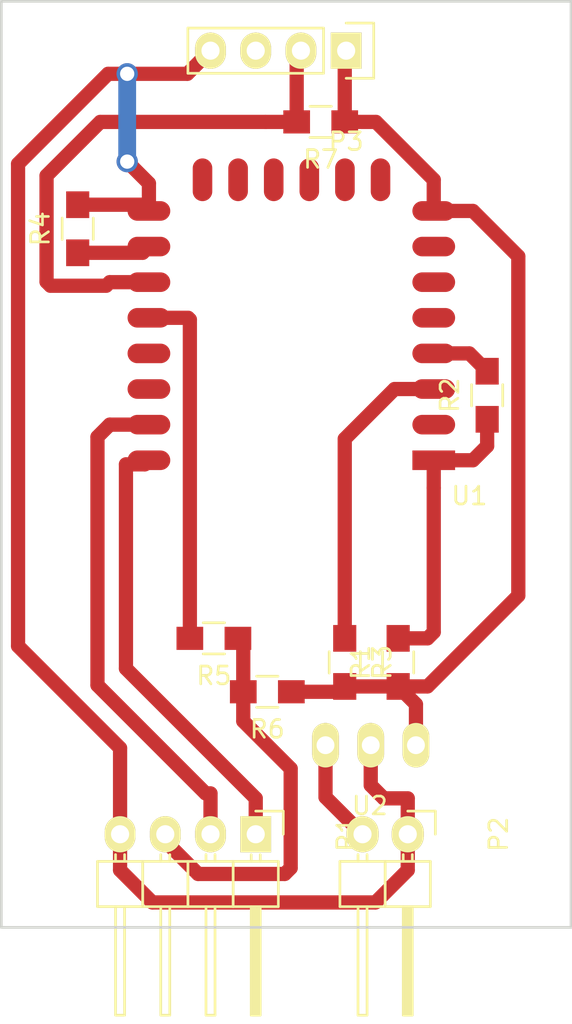
<source format=kicad_pcb>
(kicad_pcb (version 4) (host pcbnew 4.0.1-stable)

  (general
    (links 24)
    (no_connects 0)
    (area 61.924999 27.924999 94.075001 86.045001)
    (thickness 1.6)
    (drawings 4)
    (tracks 88)
    (zones 0)
    (modules 12)
    (nets 26)
  )

  (page User 200 200)
  (layers
    (0 F.Cu signal)
    (31 B.Cu signal)
    (32 B.Adhes user)
    (33 F.Adhes user)
    (34 B.Paste user)
    (35 F.Paste user)
    (36 B.SilkS user)
    (37 F.SilkS user)
    (38 B.Mask user)
    (39 F.Mask user)
    (40 Dwgs.User user)
    (41 Cmts.User user)
    (42 Eco1.User user)
    (43 Eco2.User user)
    (44 Edge.Cuts user)
    (45 Margin user)
    (46 B.CrtYd user)
    (47 F.CrtYd user)
    (48 B.Fab user)
    (49 F.Fab user)
  )

  (setup
    (last_trace_width 0.8)
    (trace_clearance 0.6)
    (zone_clearance 0.508)
    (zone_45_only no)
    (trace_min 0.8)
    (segment_width 0.2)
    (edge_width 0.15)
    (via_size 1.2)
    (via_drill 0.8)
    (via_min_size 1.2)
    (via_min_drill 0.8)
    (uvia_size 0.3)
    (uvia_drill 0.1)
    (uvias_allowed no)
    (uvia_min_size 0.2)
    (uvia_min_drill 0.1)
    (pcb_text_width 0.3)
    (pcb_text_size 1.5 1.5)
    (mod_edge_width 0.15)
    (mod_text_size 1 1)
    (mod_text_width 0.15)
    (pad_size 1.524 1.524)
    (pad_drill 0.762)
    (pad_to_mask_clearance 0.2)
    (aux_axis_origin 0 0)
    (grid_origin 34.29 64.77)
    (visible_elements FFFFFF7F)
    (pcbplotparams
      (layerselection 0x00000_80000001)
      (usegerberextensions false)
      (excludeedgelayer false)
      (linewidth 0.600000)
      (plotframeref false)
      (viasonmask false)
      (mode 1)
      (useauxorigin false)
      (hpglpennumber 1)
      (hpglpenspeed 20)
      (hpglpendiameter 15)
      (hpglpenoverlay 2)
      (psnegative false)
      (psa4output false)
      (plotreference false)
      (plotvalue false)
      (plotinvisibletext false)
      (padsonsilk false)
      (subtractmaskfromsilk false)
      (outputformat 5)
      (mirror false)
      (drillshape 0)
      (scaleselection 1)
      (outputdirectory ""))
  )

  (net 0 "")
  (net 1 "Net-(P1-Pad1)")
  (net 2 "Net-(P1-Pad2)")
  (net 3 "Net-(P1-Pad3)")
  (net 4 GND)
  (net 5 VCC)
  (net 6 "Net-(R1-Pad2)")
  (net 7 "Net-(R2-Pad2)")
  (net 8 "Net-(R3-Pad1)")
  (net 9 "Net-(R4-Pad1)")
  (net 10 "Net-(R5-Pad2)")
  (net 11 "Net-(U1-Pad9)")
  (net 12 "Net-(U1-Pad10)")
  (net 13 "Net-(U1-Pad11)")
  (net 14 "Net-(U1-Pad12)")
  (net 15 "Net-(U1-Pad13)")
  (net 16 "Net-(U1-Pad14)")
  (net 17 "Net-(U1-Pad2)")
  (net 18 "Net-(U1-Pad5)")
  (net 19 "Net-(U1-Pad6)")
  (net 20 "Net-(U1-Pad7)")
  (net 21 "Net-(U1-Pad19)")
  (net 22 "Net-(U1-Pad20)")
  (net 23 /DATA)
  (net 24 "Net-(P3-Pad3)")
  (net 25 "Net-(P2-Pad2)")

  (net_class Default "This is the default net class."
    (clearance 0.6)
    (trace_width 0.8)
    (via_dia 1.2)
    (via_drill 0.8)
    (uvia_dia 0.3)
    (uvia_drill 0.1)
    (add_net /DATA)
    (add_net GND)
    (add_net "Net-(P1-Pad1)")
    (add_net "Net-(P1-Pad2)")
    (add_net "Net-(P1-Pad3)")
    (add_net "Net-(P2-Pad2)")
    (add_net "Net-(P3-Pad3)")
    (add_net "Net-(R1-Pad2)")
    (add_net "Net-(R2-Pad2)")
    (add_net "Net-(R3-Pad1)")
    (add_net "Net-(R4-Pad1)")
    (add_net "Net-(R5-Pad2)")
    (add_net "Net-(U1-Pad10)")
    (add_net "Net-(U1-Pad11)")
    (add_net "Net-(U1-Pad12)")
    (add_net "Net-(U1-Pad13)")
    (add_net "Net-(U1-Pad14)")
    (add_net "Net-(U1-Pad19)")
    (add_net "Net-(U1-Pad2)")
    (add_net "Net-(U1-Pad20)")
    (add_net "Net-(U1-Pad5)")
    (add_net "Net-(U1-Pad6)")
    (add_net "Net-(U1-Pad7)")
    (add_net "Net-(U1-Pad9)")
    (add_net VCC)
  )

  (module Pin_Headers:Pin_Header_Angled_1x04 (layer F.Cu) (tedit 0) (tstamp 56FFB4C1)
    (at 76.29 74.77 270)
    (descr "Through hole pin header")
    (tags "pin header")
    (path /56EC5FC2)
    (fp_text reference P1 (at 0 -5.1 270) (layer F.SilkS)
      (effects (font (size 1 1) (thickness 0.15)))
    )
    (fp_text value CONN_01X04 (at 0 -3.1 270) (layer F.Fab)
      (effects (font (size 1 1) (thickness 0.15)))
    )
    (fp_line (start -1.5 -1.75) (end -1.5 9.4) (layer F.CrtYd) (width 0.05))
    (fp_line (start 10.65 -1.75) (end 10.65 9.4) (layer F.CrtYd) (width 0.05))
    (fp_line (start -1.5 -1.75) (end 10.65 -1.75) (layer F.CrtYd) (width 0.05))
    (fp_line (start -1.5 9.4) (end 10.65 9.4) (layer F.CrtYd) (width 0.05))
    (fp_line (start -1.3 -1.55) (end -1.3 0) (layer F.SilkS) (width 0.15))
    (fp_line (start 0 -1.55) (end -1.3 -1.55) (layer F.SilkS) (width 0.15))
    (fp_line (start 4.191 -0.127) (end 10.033 -0.127) (layer F.SilkS) (width 0.15))
    (fp_line (start 10.033 -0.127) (end 10.033 0.127) (layer F.SilkS) (width 0.15))
    (fp_line (start 10.033 0.127) (end 4.191 0.127) (layer F.SilkS) (width 0.15))
    (fp_line (start 4.191 0.127) (end 4.191 0) (layer F.SilkS) (width 0.15))
    (fp_line (start 4.191 0) (end 10.033 0) (layer F.SilkS) (width 0.15))
    (fp_line (start 1.524 -0.254) (end 1.143 -0.254) (layer F.SilkS) (width 0.15))
    (fp_line (start 1.524 0.254) (end 1.143 0.254) (layer F.SilkS) (width 0.15))
    (fp_line (start 1.524 2.286) (end 1.143 2.286) (layer F.SilkS) (width 0.15))
    (fp_line (start 1.524 2.794) (end 1.143 2.794) (layer F.SilkS) (width 0.15))
    (fp_line (start 1.524 4.826) (end 1.143 4.826) (layer F.SilkS) (width 0.15))
    (fp_line (start 1.524 5.334) (end 1.143 5.334) (layer F.SilkS) (width 0.15))
    (fp_line (start 1.524 7.874) (end 1.143 7.874) (layer F.SilkS) (width 0.15))
    (fp_line (start 1.524 7.366) (end 1.143 7.366) (layer F.SilkS) (width 0.15))
    (fp_line (start 1.524 -1.27) (end 4.064 -1.27) (layer F.SilkS) (width 0.15))
    (fp_line (start 1.524 1.27) (end 4.064 1.27) (layer F.SilkS) (width 0.15))
    (fp_line (start 1.524 1.27) (end 1.524 3.81) (layer F.SilkS) (width 0.15))
    (fp_line (start 1.524 3.81) (end 4.064 3.81) (layer F.SilkS) (width 0.15))
    (fp_line (start 4.064 2.286) (end 10.16 2.286) (layer F.SilkS) (width 0.15))
    (fp_line (start 10.16 2.286) (end 10.16 2.794) (layer F.SilkS) (width 0.15))
    (fp_line (start 10.16 2.794) (end 4.064 2.794) (layer F.SilkS) (width 0.15))
    (fp_line (start 4.064 3.81) (end 4.064 1.27) (layer F.SilkS) (width 0.15))
    (fp_line (start 4.064 1.27) (end 4.064 -1.27) (layer F.SilkS) (width 0.15))
    (fp_line (start 10.16 0.254) (end 4.064 0.254) (layer F.SilkS) (width 0.15))
    (fp_line (start 10.16 -0.254) (end 10.16 0.254) (layer F.SilkS) (width 0.15))
    (fp_line (start 4.064 -0.254) (end 10.16 -0.254) (layer F.SilkS) (width 0.15))
    (fp_line (start 1.524 1.27) (end 4.064 1.27) (layer F.SilkS) (width 0.15))
    (fp_line (start 1.524 -1.27) (end 1.524 1.27) (layer F.SilkS) (width 0.15))
    (fp_line (start 1.524 6.35) (end 4.064 6.35) (layer F.SilkS) (width 0.15))
    (fp_line (start 1.524 6.35) (end 1.524 8.89) (layer F.SilkS) (width 0.15))
    (fp_line (start 1.524 8.89) (end 4.064 8.89) (layer F.SilkS) (width 0.15))
    (fp_line (start 4.064 7.366) (end 10.16 7.366) (layer F.SilkS) (width 0.15))
    (fp_line (start 10.16 7.366) (end 10.16 7.874) (layer F.SilkS) (width 0.15))
    (fp_line (start 10.16 7.874) (end 4.064 7.874) (layer F.SilkS) (width 0.15))
    (fp_line (start 4.064 8.89) (end 4.064 6.35) (layer F.SilkS) (width 0.15))
    (fp_line (start 4.064 6.35) (end 4.064 3.81) (layer F.SilkS) (width 0.15))
    (fp_line (start 10.16 5.334) (end 4.064 5.334) (layer F.SilkS) (width 0.15))
    (fp_line (start 10.16 4.826) (end 10.16 5.334) (layer F.SilkS) (width 0.15))
    (fp_line (start 4.064 4.826) (end 10.16 4.826) (layer F.SilkS) (width 0.15))
    (fp_line (start 1.524 6.35) (end 4.064 6.35) (layer F.SilkS) (width 0.15))
    (fp_line (start 1.524 3.81) (end 1.524 6.35) (layer F.SilkS) (width 0.15))
    (fp_line (start 1.524 3.81) (end 4.064 3.81) (layer F.SilkS) (width 0.15))
    (pad 1 thru_hole rect (at 0 0 270) (size 2.032 1.7272) (drill 1.016) (layers *.Cu *.Mask F.SilkS)
      (net 1 "Net-(P1-Pad1)"))
    (pad 2 thru_hole oval (at 0 2.54 270) (size 2.032 1.7272) (drill 1.016) (layers *.Cu *.Mask F.SilkS)
      (net 2 "Net-(P1-Pad2)"))
    (pad 3 thru_hole oval (at 0 5.08 270) (size 2.032 1.7272) (drill 1.016) (layers *.Cu *.Mask F.SilkS)
      (net 3 "Net-(P1-Pad3)"))
    (pad 4 thru_hole oval (at 0 7.62 270) (size 2.032 1.7272) (drill 1.016) (layers *.Cu *.Mask F.SilkS)
      (net 4 GND))
    (model Pin_Headers.3dshapes/Pin_Header_Angled_1x04.wrl
      (at (xyz 0 -0.15 0))
      (scale (xyz 1 1 1))
      (rotate (xyz 0 0 90))
    )
  )

  (module pin_heads:Pin_Header_Angled_1x02 (layer F.Cu) (tedit 56FACFD4) (tstamp 56FFB4C7)
    (at 84.83 74.77 270)
    (descr "Through hole pin header")
    (tags "pin header")
    (path /56EC5EE8)
    (fp_text reference P2 (at 0 -5.1 270) (layer F.SilkS)
      (effects (font (size 1 1) (thickness 0.15)))
    )
    (fp_text value CONN_01X02 (at 0 -3.1 270) (layer F.Fab)
      (effects (font (size 1 1) (thickness 0.15)))
    )
    (fp_line (start -1.5 -1.75) (end -1.5 4.3) (layer F.CrtYd) (width 0.05))
    (fp_line (start 10.65 -1.75) (end 10.65 4.3) (layer F.CrtYd) (width 0.05))
    (fp_line (start -1.5 -1.75) (end 10.65 -1.75) (layer F.CrtYd) (width 0.05))
    (fp_line (start -1.5 4.3) (end 10.65 4.3) (layer F.CrtYd) (width 0.05))
    (fp_line (start -1.3 -1.55) (end -1.3 0) (layer F.SilkS) (width 0.15))
    (fp_line (start 0 -1.55) (end -1.3 -1.55) (layer F.SilkS) (width 0.15))
    (fp_line (start 4.191 -0.127) (end 10.033 -0.127) (layer F.SilkS) (width 0.15))
    (fp_line (start 10.033 -0.127) (end 10.033 0.127) (layer F.SilkS) (width 0.15))
    (fp_line (start 10.033 0.127) (end 4.191 0.127) (layer F.SilkS) (width 0.15))
    (fp_line (start 4.191 0.127) (end 4.191 0) (layer F.SilkS) (width 0.15))
    (fp_line (start 4.191 0) (end 10.033 0) (layer F.SilkS) (width 0.15))
    (fp_line (start 1.524 -0.254) (end 1.143 -0.254) (layer F.SilkS) (width 0.15))
    (fp_line (start 1.524 0.254) (end 1.143 0.254) (layer F.SilkS) (width 0.15))
    (fp_line (start 1.524 2.286) (end 1.143 2.286) (layer F.SilkS) (width 0.15))
    (fp_line (start 1.524 2.794) (end 1.143 2.794) (layer F.SilkS) (width 0.15))
    (fp_line (start 1.524 -1.27) (end 4.064 -1.27) (layer F.SilkS) (width 0.15))
    (fp_line (start 1.524 1.27) (end 4.064 1.27) (layer F.SilkS) (width 0.15))
    (fp_line (start 1.524 1.27) (end 1.524 3.81) (layer F.SilkS) (width 0.15))
    (fp_line (start 1.524 3.81) (end 4.064 3.81) (layer F.SilkS) (width 0.15))
    (fp_line (start 4.064 2.286) (end 10.16 2.286) (layer F.SilkS) (width 0.15))
    (fp_line (start 10.16 2.286) (end 10.16 2.794) (layer F.SilkS) (width 0.15))
    (fp_line (start 10.16 2.794) (end 4.064 2.794) (layer F.SilkS) (width 0.15))
    (fp_line (start 4.064 3.81) (end 4.064 1.27) (layer F.SilkS) (width 0.15))
    (fp_line (start 4.064 1.27) (end 4.064 -1.27) (layer F.SilkS) (width 0.15))
    (fp_line (start 10.16 0.254) (end 4.064 0.254) (layer F.SilkS) (width 0.15))
    (fp_line (start 10.16 -0.254) (end 10.16 0.254) (layer F.SilkS) (width 0.15))
    (fp_line (start 4.064 -0.254) (end 10.16 -0.254) (layer F.SilkS) (width 0.15))
    (fp_line (start 1.524 1.27) (end 4.064 1.27) (layer F.SilkS) (width 0.15))
    (fp_line (start 1.524 -1.27) (end 1.524 1.27) (layer F.SilkS) (width 0.15))
    (pad 2 thru_hole oval (at 0 2.54 270) (size 2.032 1.8) (drill 1.016) (layers *.Cu *.Mask F.SilkS)
      (net 25 "Net-(P2-Pad2)"))
    (pad 1 thru_hole oval (at 0 0 270) (size 2.032 1.8) (drill 1.016) (layers *.Cu *.Mask F.SilkS)
      (net 4 GND))
    (model Pin_Headers.3dshapes/Pin_Header_Angled_1x02.wrl
      (at (xyz 0 -0.05 0))
      (scale (xyz 1 1 1))
      (rotate (xyz 0 0 90))
    )
  )

  (module Socket_Strips:Socket_Strip_Straight_1x04 (layer F.Cu) (tedit 0) (tstamp 56FFB4CF)
    (at 81.37 30.77 180)
    (descr "Through hole socket strip")
    (tags "socket strip")
    (path /56F971AD)
    (fp_text reference P3 (at 0 -5.1 180) (layer F.SilkS)
      (effects (font (size 1 1) (thickness 0.15)))
    )
    (fp_text value CONN_01X04 (at 0 -3.1 180) (layer F.Fab)
      (effects (font (size 1 1) (thickness 0.15)))
    )
    (fp_line (start -1.75 -1.75) (end -1.75 1.75) (layer F.CrtYd) (width 0.05))
    (fp_line (start 9.4 -1.75) (end 9.4 1.75) (layer F.CrtYd) (width 0.05))
    (fp_line (start -1.75 -1.75) (end 9.4 -1.75) (layer F.CrtYd) (width 0.05))
    (fp_line (start -1.75 1.75) (end 9.4 1.75) (layer F.CrtYd) (width 0.05))
    (fp_line (start 1.27 -1.27) (end 8.89 -1.27) (layer F.SilkS) (width 0.15))
    (fp_line (start 1.27 1.27) (end 8.89 1.27) (layer F.SilkS) (width 0.15))
    (fp_line (start -1.55 1.55) (end 0 1.55) (layer F.SilkS) (width 0.15))
    (fp_line (start 8.89 -1.27) (end 8.89 1.27) (layer F.SilkS) (width 0.15))
    (fp_line (start 1.27 1.27) (end 1.27 -1.27) (layer F.SilkS) (width 0.15))
    (fp_line (start 0 -1.55) (end -1.55 -1.55) (layer F.SilkS) (width 0.15))
    (fp_line (start -1.55 -1.55) (end -1.55 1.55) (layer F.SilkS) (width 0.15))
    (pad 1 thru_hole rect (at 0 0 180) (size 1.7272 2.032) (drill 1.016) (layers *.Cu *.Mask F.SilkS)
      (net 5 VCC))
    (pad 2 thru_hole oval (at 2.54 0 180) (size 1.7272 2.032) (drill 1.016) (layers *.Cu *.Mask F.SilkS)
      (net 23 /DATA))
    (pad 3 thru_hole oval (at 5.08 0 180) (size 1.7272 2.032) (drill 1.016) (layers *.Cu *.Mask F.SilkS)
      (net 24 "Net-(P3-Pad3)"))
    (pad 4 thru_hole oval (at 7.62 0 180) (size 1.7272 2.032) (drill 1.016) (layers *.Cu *.Mask F.SilkS)
      (net 4 GND))
    (model Socket_Strips.3dshapes/Socket_Strip_Straight_1x04.wrl
      (at (xyz 0.15 0 0))
      (scale (xyz 1 1 1))
      (rotate (xyz 0 0 180))
    )
  )

  (module Resistors_SMD:R_0805_HandSoldering (layer F.Cu) (tedit 54189DEE) (tstamp 56FFB4D5)
    (at 84.29 65.12 90)
    (descr "Resistor SMD 0805, hand soldering")
    (tags "resistor 0805")
    (path /56EC5CA6)
    (attr smd)
    (fp_text reference R1 (at 0 -2.1 90) (layer F.SilkS)
      (effects (font (size 1 1) (thickness 0.15)))
    )
    (fp_text value 10k (at 0 2.1 90) (layer F.Fab)
      (effects (font (size 1 1) (thickness 0.15)))
    )
    (fp_line (start -2.4 -1) (end 2.4 -1) (layer F.CrtYd) (width 0.05))
    (fp_line (start -2.4 1) (end 2.4 1) (layer F.CrtYd) (width 0.05))
    (fp_line (start -2.4 -1) (end -2.4 1) (layer F.CrtYd) (width 0.05))
    (fp_line (start 2.4 -1) (end 2.4 1) (layer F.CrtYd) (width 0.05))
    (fp_line (start 0.6 0.875) (end -0.6 0.875) (layer F.SilkS) (width 0.15))
    (fp_line (start -0.6 -0.875) (end 0.6 -0.875) (layer F.SilkS) (width 0.15))
    (pad 1 smd rect (at -1.35 0 90) (size 1.5 1.3) (layers F.Cu F.Paste F.Mask)
      (net 5 VCC))
    (pad 2 smd rect (at 1.35 0 90) (size 1.5 1.3) (layers F.Cu F.Paste F.Mask)
      (net 6 "Net-(R1-Pad2)"))
    (model Resistors_SMD.3dshapes/R_0805_HandSoldering.wrl
      (at (xyz 0 0 0))
      (scale (xyz 1 1 1))
      (rotate (xyz 0 0 0))
    )
  )

  (module Resistors_SMD:R_0805_HandSoldering (layer F.Cu) (tedit 54189DEE) (tstamp 56FFB4DB)
    (at 89.29 50.12 90)
    (descr "Resistor SMD 0805, hand soldering")
    (tags "resistor 0805")
    (path /56EC5BB9)
    (attr smd)
    (fp_text reference R2 (at 0 -2.1 90) (layer F.SilkS)
      (effects (font (size 1 1) (thickness 0.15)))
    )
    (fp_text value 470 (at 0 2.1 90) (layer F.Fab)
      (effects (font (size 1 1) (thickness 0.15)))
    )
    (fp_line (start -2.4 -1) (end 2.4 -1) (layer F.CrtYd) (width 0.05))
    (fp_line (start -2.4 1) (end 2.4 1) (layer F.CrtYd) (width 0.05))
    (fp_line (start -2.4 -1) (end -2.4 1) (layer F.CrtYd) (width 0.05))
    (fp_line (start 2.4 -1) (end 2.4 1) (layer F.CrtYd) (width 0.05))
    (fp_line (start 0.6 0.875) (end -0.6 0.875) (layer F.SilkS) (width 0.15))
    (fp_line (start -0.6 -0.875) (end 0.6 -0.875) (layer F.SilkS) (width 0.15))
    (pad 1 smd rect (at -1.35 0 90) (size 1.5 1.3) (layers F.Cu F.Paste F.Mask)
      (net 6 "Net-(R1-Pad2)"))
    (pad 2 smd rect (at 1.35 0 90) (size 1.5 1.3) (layers F.Cu F.Paste F.Mask)
      (net 7 "Net-(R2-Pad2)"))
    (model Resistors_SMD.3dshapes/R_0805_HandSoldering.wrl
      (at (xyz 0 0 0))
      (scale (xyz 1 1 1))
      (rotate (xyz 0 0 0))
    )
  )

  (module Resistors_SMD:R_0805_HandSoldering (layer F.Cu) (tedit 54189DEE) (tstamp 56FFB4E1)
    (at 81.29 65.12 270)
    (descr "Resistor SMD 0805, hand soldering")
    (tags "resistor 0805")
    (path /56EC5C57)
    (attr smd)
    (fp_text reference R3 (at 0 -2.1 270) (layer F.SilkS)
      (effects (font (size 1 1) (thickness 0.15)))
    )
    (fp_text value 10k (at 0 2.1 270) (layer F.Fab)
      (effects (font (size 1 1) (thickness 0.15)))
    )
    (fp_line (start -2.4 -1) (end 2.4 -1) (layer F.CrtYd) (width 0.05))
    (fp_line (start -2.4 1) (end 2.4 1) (layer F.CrtYd) (width 0.05))
    (fp_line (start -2.4 -1) (end -2.4 1) (layer F.CrtYd) (width 0.05))
    (fp_line (start 2.4 -1) (end 2.4 1) (layer F.CrtYd) (width 0.05))
    (fp_line (start 0.6 0.875) (end -0.6 0.875) (layer F.SilkS) (width 0.15))
    (fp_line (start -0.6 -0.875) (end 0.6 -0.875) (layer F.SilkS) (width 0.15))
    (pad 1 smd rect (at -1.35 0 270) (size 1.5 1.3) (layers F.Cu F.Paste F.Mask)
      (net 8 "Net-(R3-Pad1)"))
    (pad 2 smd rect (at 1.35 0 270) (size 1.5 1.3) (layers F.Cu F.Paste F.Mask)
      (net 5 VCC))
    (model Resistors_SMD.3dshapes/R_0805_HandSoldering.wrl
      (at (xyz 0 0 0))
      (scale (xyz 1 1 1))
      (rotate (xyz 0 0 0))
    )
  )

  (module Resistors_SMD:R_0805_HandSoldering (layer F.Cu) (tedit 54189DEE) (tstamp 56FFB4E7)
    (at 66.29 40.77 90)
    (descr "Resistor SMD 0805, hand soldering")
    (tags "resistor 0805")
    (path /56EC5D55)
    (attr smd)
    (fp_text reference R4 (at 0 -2.1 90) (layer F.SilkS)
      (effects (font (size 1 1) (thickness 0.15)))
    )
    (fp_text value 10k (at 0 2.1 90) (layer F.Fab)
      (effects (font (size 1 1) (thickness 0.15)))
    )
    (fp_line (start -2.4 -1) (end 2.4 -1) (layer F.CrtYd) (width 0.05))
    (fp_line (start -2.4 1) (end 2.4 1) (layer F.CrtYd) (width 0.05))
    (fp_line (start -2.4 -1) (end -2.4 1) (layer F.CrtYd) (width 0.05))
    (fp_line (start 2.4 -1) (end 2.4 1) (layer F.CrtYd) (width 0.05))
    (fp_line (start 0.6 0.875) (end -0.6 0.875) (layer F.SilkS) (width 0.15))
    (fp_line (start -0.6 -0.875) (end 0.6 -0.875) (layer F.SilkS) (width 0.15))
    (pad 1 smd rect (at -1.35 0 90) (size 1.5 1.3) (layers F.Cu F.Paste F.Mask)
      (net 9 "Net-(R4-Pad1)"))
    (pad 2 smd rect (at 1.35 0 90) (size 1.5 1.3) (layers F.Cu F.Paste F.Mask)
      (net 4 GND))
    (model Resistors_SMD.3dshapes/R_0805_HandSoldering.wrl
      (at (xyz 0 0 0))
      (scale (xyz 1 1 1))
      (rotate (xyz 0 0 0))
    )
  )

  (module Resistors_SMD:R_0805_HandSoldering (layer F.Cu) (tedit 54189DEE) (tstamp 56FFB4ED)
    (at 73.94 63.77 180)
    (descr "Resistor SMD 0805, hand soldering")
    (tags "resistor 0805")
    (path /56EC611D)
    (attr smd)
    (fp_text reference R5 (at 0 -2.1 180) (layer F.SilkS)
      (effects (font (size 1 1) (thickness 0.15)))
    )
    (fp_text value 470 (at 0 2.1 180) (layer F.Fab)
      (effects (font (size 1 1) (thickness 0.15)))
    )
    (fp_line (start -2.4 -1) (end 2.4 -1) (layer F.CrtYd) (width 0.05))
    (fp_line (start -2.4 1) (end 2.4 1) (layer F.CrtYd) (width 0.05))
    (fp_line (start -2.4 -1) (end -2.4 1) (layer F.CrtYd) (width 0.05))
    (fp_line (start 2.4 -1) (end 2.4 1) (layer F.CrtYd) (width 0.05))
    (fp_line (start 0.6 0.875) (end -0.6 0.875) (layer F.SilkS) (width 0.15))
    (fp_line (start -0.6 -0.875) (end 0.6 -0.875) (layer F.SilkS) (width 0.15))
    (pad 1 smd rect (at -1.35 0 180) (size 1.5 1.3) (layers F.Cu F.Paste F.Mask)
      (net 3 "Net-(P1-Pad3)"))
    (pad 2 smd rect (at 1.35 0 180) (size 1.5 1.3) (layers F.Cu F.Paste F.Mask)
      (net 10 "Net-(R5-Pad2)"))
    (model Resistors_SMD.3dshapes/R_0805_HandSoldering.wrl
      (at (xyz 0 0 0))
      (scale (xyz 1 1 1))
      (rotate (xyz 0 0 0))
    )
  )

  (module Resistors_SMD:R_0805_HandSoldering (layer F.Cu) (tedit 54189DEE) (tstamp 56FFB4F3)
    (at 76.94 66.77 180)
    (descr "Resistor SMD 0805, hand soldering")
    (tags "resistor 0805")
    (path /56EC5E8B)
    (attr smd)
    (fp_text reference R6 (at 0 -2.1 180) (layer F.SilkS)
      (effects (font (size 1 1) (thickness 0.15)))
    )
    (fp_text value 10k (at 0 2.1 180) (layer F.Fab)
      (effects (font (size 1 1) (thickness 0.15)))
    )
    (fp_line (start -2.4 -1) (end 2.4 -1) (layer F.CrtYd) (width 0.05))
    (fp_line (start -2.4 1) (end 2.4 1) (layer F.CrtYd) (width 0.05))
    (fp_line (start -2.4 -1) (end -2.4 1) (layer F.CrtYd) (width 0.05))
    (fp_line (start 2.4 -1) (end 2.4 1) (layer F.CrtYd) (width 0.05))
    (fp_line (start 0.6 0.875) (end -0.6 0.875) (layer F.SilkS) (width 0.15))
    (fp_line (start -0.6 -0.875) (end 0.6 -0.875) (layer F.SilkS) (width 0.15))
    (pad 1 smd rect (at -1.35 0 180) (size 1.5 1.3) (layers F.Cu F.Paste F.Mask)
      (net 5 VCC))
    (pad 2 smd rect (at 1.35 0 180) (size 1.5 1.3) (layers F.Cu F.Paste F.Mask)
      (net 3 "Net-(P1-Pad3)"))
    (model Resistors_SMD.3dshapes/R_0805_HandSoldering.wrl
      (at (xyz 0 0 0))
      (scale (xyz 1 1 1))
      (rotate (xyz 0 0 0))
    )
  )

  (module Resistors_SMD:R_0805_HandSoldering (layer F.Cu) (tedit 54189DEE) (tstamp 56FFB4F9)
    (at 79.94 34.77 180)
    (descr "Resistor SMD 0805, hand soldering")
    (tags "resistor 0805")
    (path /56F974FC)
    (attr smd)
    (fp_text reference R7 (at 0 -2.1 180) (layer F.SilkS)
      (effects (font (size 1 1) (thickness 0.15)))
    )
    (fp_text value 4.7k (at 0 2.1 180) (layer F.Fab)
      (effects (font (size 1 1) (thickness 0.15)))
    )
    (fp_line (start -2.4 -1) (end 2.4 -1) (layer F.CrtYd) (width 0.05))
    (fp_line (start -2.4 1) (end 2.4 1) (layer F.CrtYd) (width 0.05))
    (fp_line (start -2.4 -1) (end -2.4 1) (layer F.CrtYd) (width 0.05))
    (fp_line (start 2.4 -1) (end 2.4 1) (layer F.CrtYd) (width 0.05))
    (fp_line (start 0.6 0.875) (end -0.6 0.875) (layer F.SilkS) (width 0.15))
    (fp_line (start -0.6 -0.875) (end 0.6 -0.875) (layer F.SilkS) (width 0.15))
    (pad 1 smd rect (at -1.35 0 180) (size 1.5 1.3) (layers F.Cu F.Paste F.Mask)
      (net 5 VCC))
    (pad 2 smd rect (at 1.35 0 180) (size 1.5 1.3) (layers F.Cu F.Paste F.Mask)
      (net 23 /DATA))
    (model Resistors_SMD.3dshapes/R_0805_HandSoldering.wrl
      (at (xyz 0 0 0))
      (scale (xyz 1 1 1))
      (rotate (xyz 0 0 0))
    )
  )

  (module ESP8266:ESP-12E (layer F.Cu) (tedit 559F8D21) (tstamp 56FFB513)
    (at 86.29 53.77 180)
    (descr "Module, ESP-8266, ESP-12, 16 pad, SMD")
    (tags "Module ESP-8266 ESP8266")
    (path /56EC5AD9)
    (fp_text reference U1 (at -2 -2 180) (layer F.SilkS)
      (effects (font (size 1 1) (thickness 0.15)))
    )
    (fp_text value ESP-12E (at 8 1 180) (layer F.Fab)
      (effects (font (size 1 1) (thickness 0.15)))
    )
    (fp_line (start 16 -8.4) (end 0 -2.6) (layer F.CrtYd) (width 0.1524))
    (fp_line (start 0 -8.4) (end 16 -2.6) (layer F.CrtYd) (width 0.1524))
    (fp_text user "No Copper" (at 7.9 -5.4 180) (layer F.CrtYd)
      (effects (font (size 1 1) (thickness 0.15)))
    )
    (fp_line (start 0 -8.4) (end 0 -2.6) (layer F.CrtYd) (width 0.1524))
    (fp_line (start 0 -2.6) (end 16 -2.6) (layer F.CrtYd) (width 0.1524))
    (fp_line (start 16 -2.6) (end 16 -8.4) (layer F.CrtYd) (width 0.1524))
    (fp_line (start 16 -8.4) (end 0 -8.4) (layer F.CrtYd) (width 0.1524))
    (fp_line (start 16 -8.4) (end 16 15.6) (layer F.Fab) (width 0.1524))
    (fp_line (start 16 15.6) (end 0 15.6) (layer F.Fab) (width 0.1524))
    (fp_line (start 0 15.6) (end 0 -8.4) (layer F.Fab) (width 0.1524))
    (fp_line (start 0 -8.4) (end 16 -8.4) (layer F.Fab) (width 0.1524))
    (pad 9 smd oval (at 2.99 15.75 270) (size 2.4 1.1) (layers F.Cu F.Paste F.Mask)
      (net 11 "Net-(U1-Pad9)"))
    (pad 10 smd oval (at 4.99 15.75 270) (size 2.4 1.1) (layers F.Cu F.Paste F.Mask)
      (net 12 "Net-(U1-Pad10)"))
    (pad 11 smd oval (at 6.99 15.75 270) (size 2.4 1.1) (layers F.Cu F.Paste F.Mask)
      (net 13 "Net-(U1-Pad11)"))
    (pad 12 smd oval (at 8.99 15.75 270) (size 2.4 1.1) (layers F.Cu F.Paste F.Mask)
      (net 14 "Net-(U1-Pad12)"))
    (pad 13 smd oval (at 10.99 15.75 270) (size 2.4 1.1) (layers F.Cu F.Paste F.Mask)
      (net 15 "Net-(U1-Pad13)"))
    (pad 14 smd oval (at 12.99 15.75 270) (size 2.4 1.1) (layers F.Cu F.Paste F.Mask)
      (net 16 "Net-(U1-Pad14)"))
    (pad 1 smd rect (at 0 0 180) (size 2.4 1.1) (layers F.Cu F.Paste F.Mask)
      (net 6 "Net-(R1-Pad2)"))
    (pad 2 smd oval (at 0 2 180) (size 2.4 1.1) (layers F.Cu F.Paste F.Mask)
      (net 17 "Net-(U1-Pad2)"))
    (pad 3 smd oval (at 0 4 180) (size 2.4 1.1) (layers F.Cu F.Paste F.Mask)
      (net 8 "Net-(R3-Pad1)"))
    (pad 4 smd oval (at 0 6 180) (size 2.4 1.1) (layers F.Cu F.Paste F.Mask)
      (net 7 "Net-(R2-Pad2)"))
    (pad 5 smd oval (at 0 8 180) (size 2.4 1.1) (layers F.Cu F.Paste F.Mask)
      (net 18 "Net-(U1-Pad5)"))
    (pad 6 smd oval (at 0 10 180) (size 2.4 1.1) (layers F.Cu F.Paste F.Mask)
      (net 19 "Net-(U1-Pad6)"))
    (pad 7 smd oval (at 0 12 180) (size 2.4 1.1) (layers F.Cu F.Paste F.Mask)
      (net 20 "Net-(U1-Pad7)"))
    (pad 8 smd oval (at 0 14 180) (size 2.4 1.1) (layers F.Cu F.Paste F.Mask)
      (net 5 VCC))
    (pad 15 smd oval (at 16 14 180) (size 2.4 1.1) (layers F.Cu F.Paste F.Mask)
      (net 4 GND))
    (pad 16 smd oval (at 16 12 180) (size 2.4 1.1) (layers F.Cu F.Paste F.Mask)
      (net 9 "Net-(R4-Pad1)"))
    (pad 17 smd oval (at 16 10 180) (size 2.4 1.1) (layers F.Cu F.Paste F.Mask)
      (net 23 /DATA))
    (pad 18 smd oval (at 16 8 180) (size 2.4 1.1) (layers F.Cu F.Paste F.Mask)
      (net 10 "Net-(R5-Pad2)"))
    (pad 19 smd oval (at 16 6 180) (size 2.4 1.1) (layers F.Cu F.Paste F.Mask)
      (net 21 "Net-(U1-Pad19)"))
    (pad 20 smd oval (at 16 4 180) (size 2.4 1.1) (layers F.Cu F.Paste F.Mask)
      (net 22 "Net-(U1-Pad20)"))
    (pad 21 smd oval (at 16 2 180) (size 2.4 1.1) (layers F.Cu F.Paste F.Mask)
      (net 2 "Net-(P1-Pad2)"))
    (pad 22 smd oval (at 16 0 180) (size 2.4 1.1) (layers F.Cu F.Paste F.Mask)
      (net 1 "Net-(P1-Pad1)"))
    (model ${ESPLIB}/ESP8266.3dshapes/ESP-12.wrl
      (at (xyz 0.04 0 0))
      (scale (xyz 0.3937 0.3937 0.3937))
      (rotate (xyz 0 0 0))
    )
  )

  (module TO_SOT_Packages_THT:TO-220_Neutral123_PadsOnly (layer F.Cu) (tedit 0) (tstamp 56FFB51A)
    (at 82.75 69.77 180)
    (path /56FFB2B7)
    (fp_text reference U2 (at 0.0508 -3.40106 180) (layer F.SilkS)
      (effects (font (size 1 1) (thickness 0.15)))
    )
    (fp_text value LM2931AZ-3.3/5.0 (at -0.20066 3.2512 180) (layer F.Fab)
      (effects (font (size 1 1) (thickness 0.15)))
    )
    (pad 2 thru_hole oval (at 0 0 270) (size 2.49936 1.50114) (drill 1.00076) (layers *.Cu *.Mask F.SilkS)
      (net 4 GND))
    (pad 1 thru_hole oval (at -2.54 0 270) (size 2.49936 1.50114) (drill 1.00076) (layers *.Cu *.Mask F.SilkS)
      (net 5 VCC))
    (pad 3 thru_hole oval (at 2.54 0 270) (size 2.49936 1.50114) (drill 1.00076) (layers *.Cu *.Mask F.SilkS)
      (net 25 "Net-(P2-Pad2)"))
    (model TO_SOT_Packages_THT.3dshapes/TO-220_Neutral123_PadsOnly.wrl
      (at (xyz 0 0 0))
      (scale (xyz 0.3937 0.3937 0.3937))
      (rotate (xyz 0 0 0))
    )
  )

  (gr_line (start 62 28) (end 62 80) (layer Edge.Cuts) (width 0.15))
  (gr_line (start 94 28) (end 62 28) (layer Edge.Cuts) (width 0.15))
  (gr_line (start 94 80) (end 94 28) (layer Edge.Cuts) (width 0.15))
  (gr_line (start 62 80) (end 94 80) (layer Edge.Cuts) (width 0.15))

  (segment (start 76.29 74.77) (end 76.29 72.754) (width 0.8) (layer F.Cu) (net 1))
  (segment (start 70.06 54) (end 70.29 53.77) (width 0.8) (layer F.Cu) (net 1))
  (segment (start 76.29 72.754) (end 69 65.464) (width 0.8) (layer F.Cu) (net 1))
  (segment (start 69 65.464) (end 69 54) (width 0.8) (layer F.Cu) (net 1))
  (segment (start 69 54) (end 70.06 54) (width 0.8) (layer F.Cu) (net 1))
  (segment (start 73.476751 72.476751) (end 67.39999 66.39999) (width 0.8) (layer F.Cu) (net 2))
  (segment (start 67.39999 52.46001) (end 68.09 51.77) (width 0.8) (layer F.Cu) (net 2))
  (segment (start 67.39999 66.39999) (end 67.39999 52.46001) (width 0.8) (layer F.Cu) (net 2))
  (segment (start 73.75 72.476751) (end 73.476751 72.476751) (width 0.8) (layer F.Cu) (net 2))
  (segment (start 73.75 74.77) (end 73.75 72.476751) (width 0.8) (layer F.Cu) (net 2))
  (segment (start 67.98999 51.87001) (end 68.09 51.77) (width 0.8) (layer F.Cu) (net 2))
  (segment (start 68.09 51.77) (end 70.29 51.77) (width 0.8) (layer F.Cu) (net 2))
  (segment (start 77.919602 77) (end 78.253601 76.666001) (width 0.8) (layer F.Cu) (net 3))
  (segment (start 78.253601 76.666001) (end 78.253601 71.083601) (width 0.8) (layer F.Cu) (net 3))
  (segment (start 78.253601 71.083601) (end 75.59 68.42) (width 0.8) (layer F.Cu) (net 3))
  (segment (start 75.59 66.77) (end 75.59 64.07) (width 0.8) (layer F.Cu) (net 3))
  (segment (start 75.59 64.07) (end 75.29 63.77) (width 0.8) (layer F.Cu) (net 3))
  (segment (start 73.050637 77) (end 77.919602 77) (width 0.8) (layer F.Cu) (net 3))
  (segment (start 75.59 68.42) (end 75.59 66.77) (width 0.8) (layer F.Cu) (net 3))
  (segment (start 71.21 74.77) (end 71.21 75.159363) (width 0.8) (layer F.Cu) (net 3))
  (segment (start 71.21 75.159363) (end 73.050637 77) (width 0.8) (layer F.Cu) (net 3))
  (segment (start 68.67 74.77) (end 68.67 69.932754) (width 0.8) (layer F.Cu) (net 4))
  (segment (start 68.67 69.932754) (end 62.939989 64.202743) (width 0.8) (layer F.Cu) (net 4))
  (segment (start 62.939989 37.127254) (end 67.997244 32.07) (width 0.8) (layer F.Cu) (net 4))
  (segment (start 62.939989 64.202743) (end 62.939989 37.127254) (width 0.8) (layer F.Cu) (net 4))
  (segment (start 67.997244 32.07) (end 69.07 32.07) (width 0.8) (layer F.Cu) (net 4))
  (segment (start 84.83 72.754) (end 83.48432 72.754) (width 0.8) (layer F.Cu) (net 4))
  (segment (start 83.48432 72.754) (end 82.75 72.01968) (width 0.8) (layer F.Cu) (net 4))
  (segment (start 82.75 72.01968) (end 82.75 69.77) (width 0.8) (layer F.Cu) (net 4))
  (segment (start 69.07 32.07) (end 72.45 32.07) (width 0.8) (layer F.Cu) (net 4))
  (segment (start 72.45 32.07) (end 73.75 30.77) (width 0.8) (layer F.Cu) (net 4))
  (via (at 69.07 32.07) (size 1.2) (drill 0.8) (layers F.Cu B.Cu) (net 4))
  (segment (start 69.07 37) (end 69.07 32.07) (width 1) (layer B.Cu) (net 4))
  (via (at 69.07 37) (size 1.2) (drill 0.8) (layers F.Cu B.Cu) (net 4))
  (segment (start 70.29 39.77) (end 70.29 38.22) (width 0.8) (layer F.Cu) (net 4))
  (segment (start 70.29 38.22) (end 69.07 37) (width 0.8) (layer F.Cu) (net 4))
  (segment (start 83.01599 78.60001) (end 70.48401 78.60001) (width 0.8) (layer F.Cu) (net 4))
  (segment (start 70.48401 78.60001) (end 68.67 76.786) (width 0.8) (layer F.Cu) (net 4))
  (segment (start 68.67 76.786) (end 68.67 74.77) (width 0.8) (layer F.Cu) (net 4))
  (segment (start 84.83 74.77) (end 84.83 76.786) (width 0.8) (layer F.Cu) (net 4))
  (segment (start 84.83 76.786) (end 83.01599 78.60001) (width 0.8) (layer F.Cu) (net 4))
  (segment (start 84.83 74.77) (end 84.83 72.754) (width 0.8) (layer F.Cu) (net 4))
  (segment (start 66.29 39.42) (end 69.94 39.42) (width 0.8) (layer F.Cu) (net 4))
  (segment (start 69.94 39.42) (end 70.29 39.77) (width 0.8) (layer F.Cu) (net 4))
  (segment (start 85.29 69.77) (end 85.29 67.47) (width 0.8) (layer F.Cu) (net 5))
  (segment (start 78.29 66.77) (end 80.99 66.77) (width 0.8) (layer F.Cu) (net 5))
  (segment (start 80.99 66.77) (end 81.29 66.47) (width 0.8) (layer F.Cu) (net 5))
  (segment (start 81.29 34.77) (end 81.29 30.85) (width 0.8) (layer F.Cu) (net 5))
  (segment (start 81.29 30.85) (end 81.37 30.77) (width 0.8) (layer F.Cu) (net 5))
  (segment (start 84.29 66.47) (end 81.29 66.47) (width 0.8) (layer F.Cu) (net 5))
  (segment (start 86.29 39.77) (end 86.29 38.02) (width 0.8) (layer F.Cu) (net 5))
  (segment (start 86.29 38.02) (end 83.04 34.77) (width 0.8) (layer F.Cu) (net 5))
  (segment (start 83.04 34.77) (end 81.29 34.77) (width 0.8) (layer F.Cu) (net 5))
  (segment (start 84.29 66.47) (end 85.94 66.47) (width 0.8) (layer F.Cu) (net 5))
  (segment (start 85.94 66.47) (end 91.040001 61.369999) (width 0.8) (layer F.Cu) (net 5))
  (segment (start 91.040001 42.320001) (end 88.49 39.77) (width 0.8) (layer F.Cu) (net 5))
  (segment (start 91.040001 61.369999) (end 91.040001 42.320001) (width 0.8) (layer F.Cu) (net 5))
  (segment (start 88.49 39.77) (end 86.29 39.77) (width 0.8) (layer F.Cu) (net 5))
  (segment (start 85.29 67.47) (end 84.29 66.47) (width 0.8) (layer F.Cu) (net 5))
  (segment (start 84.29 63.77) (end 85.94 63.77) (width 0.8) (layer F.Cu) (net 6))
  (segment (start 85.94 63.77) (end 86.29 63.42) (width 0.8) (layer F.Cu) (net 6))
  (segment (start 86.29 63.42) (end 86.29 55.32) (width 0.8) (layer F.Cu) (net 6))
  (segment (start 86.29 55.32) (end 86.29 53.77) (width 0.8) (layer F.Cu) (net 6))
  (segment (start 89.29 51.47) (end 89.29 52.97) (width 0.8) (layer F.Cu) (net 6))
  (segment (start 89.29 52.97) (end 88.49 53.77) (width 0.8) (layer F.Cu) (net 6))
  (segment (start 88.49 53.77) (end 86.29 53.77) (width 0.8) (layer F.Cu) (net 6))
  (segment (start 89.29 48.77) (end 88.29 47.77) (width 0.8) (layer F.Cu) (net 7))
  (segment (start 88.29 47.77) (end 86.29 47.77) (width 0.8) (layer F.Cu) (net 7))
  (segment (start 81.29 63.77) (end 81.29 52.57) (width 0.8) (layer F.Cu) (net 8))
  (segment (start 84.09 49.77) (end 86.29 49.77) (width 0.8) (layer F.Cu) (net 8))
  (segment (start 81.29 52.57) (end 84.09 49.77) (width 0.8) (layer F.Cu) (net 8))
  (segment (start 66.29 42.12) (end 69.94 42.12) (width 0.8) (layer F.Cu) (net 9))
  (segment (start 69.94 42.12) (end 70.29 41.77) (width 0.8) (layer F.Cu) (net 9))
  (segment (start 72.59 63.77) (end 72.59 45.87) (width 0.8) (layer F.Cu) (net 10))
  (segment (start 72.59 45.87) (end 72.49 45.77) (width 0.8) (layer F.Cu) (net 10))
  (segment (start 72.49 45.77) (end 70.29 45.77) (width 0.8) (layer F.Cu) (net 10))
  (segment (start 78.59 34.77) (end 78.59 31.01) (width 0.8) (layer F.Cu) (net 23))
  (segment (start 78.59 31.01) (end 78.83 30.77) (width 0.8) (layer F.Cu) (net 23))
  (segment (start 70.29 43.77) (end 68.09 43.77) (width 0.8) (layer F.Cu) (net 23))
  (segment (start 68.09 43.77) (end 67.889999 43.970001) (width 0.8) (layer F.Cu) (net 23))
  (segment (start 67.889999 43.970001) (end 64.759999 43.970001) (width 0.8) (layer F.Cu) (net 23))
  (segment (start 64.759999 43.970001) (end 64.539999 43.750001) (width 0.8) (layer F.Cu) (net 23))
  (segment (start 64.539999 43.750001) (end 64.539999 37.789999) (width 0.8) (layer F.Cu) (net 23))
  (segment (start 64.539999 37.789999) (end 67.559998 34.77) (width 0.8) (layer F.Cu) (net 23))
  (segment (start 67.559998 34.77) (end 76.84 34.77) (width 0.8) (layer F.Cu) (net 23))
  (segment (start 76.84 34.77) (end 78.59 34.77) (width 0.8) (layer F.Cu) (net 23))
  (segment (start 80.21 72.69) (end 80.21 69.77) (width 0.8) (layer F.Cu) (net 25))
  (segment (start 82.29 74.77) (end 80.21 72.69) (width 0.8) (layer F.Cu) (net 25))

)

</source>
